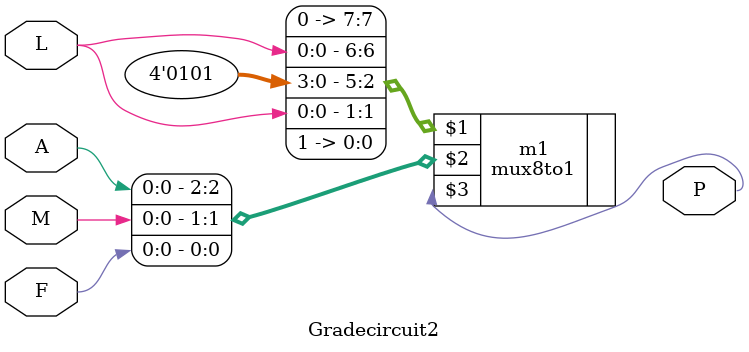
<source format=v>
`timescale 1ns / 1ps


module Gradecircuit2(
    input   A, M, F, L,
    output  P
    );

    mux8to1 m1({1'b0, L, 1'b0, 1'b1, 1'b0, 1'b1, L, 1'b1}, {A, M, F}, P);
endmodule

</source>
